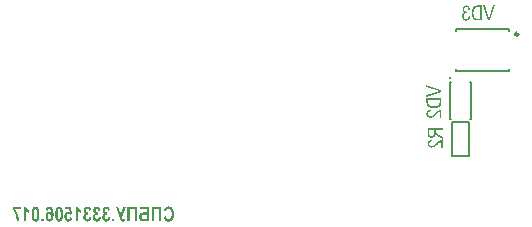
<source format=gbo>
G04*
G04 #@! TF.GenerationSoftware,Altium Limited,Altium Designer,19.1.6 (110)*
G04*
G04 Layer_Color=32896*
%FSLAX43Y43*%
%MOMM*%
G71*
G01*
G75*
%ADD11C,0.250*%
%ADD13C,0.150*%
%ADD14C,0.200*%
G36*
X9278Y1439D02*
X9318Y1429D01*
X9355Y1417D01*
X9385Y1404D01*
X9409Y1389D01*
X9428Y1376D01*
X9439Y1367D01*
X9441Y1365D01*
X9442Y1363D01*
X9457Y1348D01*
X9470Y1329D01*
X9494Y1291D01*
X9513Y1250D01*
X9528Y1209D01*
X9539Y1172D01*
X9542Y1157D01*
X9546Y1142D01*
X9548Y1131D01*
X9550Y1122D01*
X9552Y1117D01*
Y1115D01*
X9370Y1078D01*
X9366Y1107D01*
X9361Y1131D01*
X9353Y1154D01*
X9346Y1170D01*
X9339Y1183D01*
X9333Y1194D01*
X9329Y1200D01*
X9328Y1202D01*
X9313Y1217D01*
X9298Y1226D01*
X9283Y1233D01*
X9270Y1239D01*
X9259Y1242D01*
X9248Y1244D01*
X9241D01*
X9222Y1242D01*
X9205Y1239D01*
X9191Y1233D01*
X9179Y1226D01*
X9170Y1218D01*
X9163Y1213D01*
X9159Y1209D01*
X9157Y1207D01*
X9146Y1192D01*
X9139Y1176D01*
X9131Y1159D01*
X9128Y1144D01*
X9126Y1130D01*
X9124Y1118D01*
Y1111D01*
Y1107D01*
X9126Y1080D01*
X9131Y1055D01*
X9139Y1035D01*
X9146Y1018D01*
X9154Y1005D01*
X9161Y994D01*
X9166Y989D01*
X9168Y987D01*
X9187Y974D01*
X9205Y963D01*
X9226Y957D01*
X9246Y952D01*
X9263Y950D01*
X9278Y948D01*
X9291D01*
X9311Y752D01*
X9292Y757D01*
X9276Y763D01*
X9259Y767D01*
X9246Y768D01*
X9237Y770D01*
X9222D01*
X9202Y768D01*
X9183Y763D01*
X9166Y754D01*
X9152Y744D01*
X9141Y733D01*
X9131Y726D01*
X9126Y718D01*
X9124Y717D01*
X9111Y696D01*
X9100Y672D01*
X9092Y648D01*
X9089Y626D01*
X9085Y605D01*
X9083Y589D01*
Y578D01*
Y576D01*
Y574D01*
X9085Y539D01*
X9091Y509D01*
X9096Y481D01*
X9104Y461D01*
X9113Y443D01*
X9118Y431D01*
X9124Y422D01*
X9126Y420D01*
X9142Y402D01*
X9159Y389D01*
X9178Y380D01*
X9194Y374D01*
X9207Y370D01*
X9218Y367D01*
X9229D01*
X9250Y368D01*
X9268Y374D01*
X9285Y381D01*
X9298Y391D01*
X9309Y398D01*
X9318Y406D01*
X9324Y411D01*
X9326Y413D01*
X9339Y431D01*
X9350Y454D01*
X9359Y476D01*
X9365Y498D01*
X9370Y518D01*
X9372Y533D01*
X9374Y544D01*
Y546D01*
Y548D01*
X9565Y520D01*
X9555Y461D01*
X9542Y411D01*
X9533Y387D01*
X9524Y367D01*
X9515Y346D01*
X9505Y330D01*
X9496Y313D01*
X9487Y300D01*
X9479Y289D01*
X9472Y278D01*
X9466Y270D01*
X9461Y265D01*
X9459Y263D01*
X9457Y261D01*
X9439Y244D01*
X9420Y230D01*
X9402Y217D01*
X9381Y207D01*
X9342Y189D01*
X9307Y178D01*
X9276Y172D01*
X9261Y170D01*
X9250Y169D01*
X9241Y167D01*
X9228D01*
X9202Y169D01*
X9178Y172D01*
X9154Y178D01*
X9129Y183D01*
X9089Y202D01*
X9054Y222D01*
X9024Y243D01*
X9013Y252D01*
X9004Y261D01*
X8996Y267D01*
X8989Y272D01*
X8987Y276D01*
X8985Y278D01*
X8966Y300D01*
X8950Y322D01*
X8937Y346D01*
X8926Y370D01*
X8907Y417D01*
X8894Y461D01*
X8891Y483D01*
X8887Y502D01*
X8885Y518D01*
X8883Y533D01*
X8881Y544D01*
Y554D01*
Y559D01*
Y561D01*
X8883Y604D01*
X8891Y643D01*
X8898Y676D01*
X8909Y704D01*
X8918Y726D01*
X8928Y743D01*
X8935Y754D01*
X8937Y757D01*
X8959Y785D01*
X8981Y807D01*
X9004Y824D01*
X9026Y839D01*
X9046Y848D01*
X9061Y854D01*
X9072Y857D01*
X9074Y859D01*
X9076D01*
X9050Y878D01*
X9028Y898D01*
X9007Y918D01*
X8992Y935D01*
X8979Y952D01*
X8972Y963D01*
X8966Y970D01*
X8965Y974D01*
X8952Y1000D01*
X8942Y1026D01*
X8935Y1050D01*
X8931Y1074D01*
X8928Y1092D01*
X8926Y1109D01*
Y1118D01*
Y1122D01*
Y1144D01*
X8929Y1167D01*
X8939Y1207D01*
X8952Y1244D01*
X8966Y1278D01*
X8983Y1305D01*
X8991Y1317D01*
X8996Y1326D01*
X9002Y1333D01*
X9005Y1339D01*
X9007Y1341D01*
X9009Y1342D01*
X9026Y1361D01*
X9042Y1376D01*
X9061Y1389D01*
X9079Y1400D01*
X9116Y1418D01*
X9152Y1429D01*
X9185Y1437D01*
X9198Y1439D01*
X9209Y1441D01*
X9220Y1442D01*
X9255D01*
X9278Y1439D01*
D02*
G37*
G36*
X8480D02*
X8520Y1429D01*
X8557Y1417D01*
X8587Y1404D01*
X8611Y1389D01*
X8629Y1376D01*
X8641Y1367D01*
X8642Y1365D01*
X8644Y1363D01*
X8659Y1348D01*
X8672Y1329D01*
X8696Y1291D01*
X8715Y1250D01*
X8729Y1209D01*
X8741Y1172D01*
X8744Y1157D01*
X8748Y1142D01*
X8750Y1131D01*
X8752Y1122D01*
X8754Y1117D01*
Y1115D01*
X8572Y1078D01*
X8568Y1107D01*
X8563Y1131D01*
X8555Y1154D01*
X8548Y1170D01*
X8541Y1183D01*
X8535Y1194D01*
X8531Y1200D01*
X8530Y1202D01*
X8515Y1217D01*
X8500Y1226D01*
X8485Y1233D01*
X8472Y1239D01*
X8461Y1242D01*
X8450Y1244D01*
X8442D01*
X8424Y1242D01*
X8407Y1239D01*
X8392Y1233D01*
X8381Y1226D01*
X8372Y1218D01*
X8365Y1213D01*
X8361Y1209D01*
X8359Y1207D01*
X8348Y1192D01*
X8341Y1176D01*
X8333Y1159D01*
X8330Y1144D01*
X8328Y1130D01*
X8326Y1118D01*
Y1111D01*
Y1107D01*
X8328Y1080D01*
X8333Y1055D01*
X8341Y1035D01*
X8348Y1018D01*
X8355Y1005D01*
X8363Y994D01*
X8368Y989D01*
X8370Y987D01*
X8389Y974D01*
X8407Y963D01*
X8428Y957D01*
X8448Y952D01*
X8465Y950D01*
X8480Y948D01*
X8492D01*
X8513Y752D01*
X8494Y757D01*
X8478Y763D01*
X8461Y767D01*
X8448Y768D01*
X8439Y770D01*
X8424D01*
X8404Y768D01*
X8385Y763D01*
X8368Y754D01*
X8354Y744D01*
X8342Y733D01*
X8333Y726D01*
X8328Y718D01*
X8326Y717D01*
X8313Y696D01*
X8302Y672D01*
X8294Y648D01*
X8291Y626D01*
X8287Y605D01*
X8285Y589D01*
Y578D01*
Y576D01*
Y574D01*
X8287Y539D01*
X8292Y509D01*
X8298Y481D01*
X8305Y461D01*
X8315Y443D01*
X8320Y431D01*
X8326Y422D01*
X8328Y420D01*
X8344Y402D01*
X8361Y389D01*
X8380Y380D01*
X8396Y374D01*
X8409Y370D01*
X8420Y367D01*
X8431D01*
X8452Y368D01*
X8470Y374D01*
X8487Y381D01*
X8500Y391D01*
X8511Y398D01*
X8520Y406D01*
X8526Y411D01*
X8528Y413D01*
X8541Y431D01*
X8552Y454D01*
X8561Y476D01*
X8567Y498D01*
X8572Y518D01*
X8574Y533D01*
X8576Y544D01*
Y546D01*
Y548D01*
X8767Y520D01*
X8757Y461D01*
X8744Y411D01*
X8735Y387D01*
X8726Y367D01*
X8717Y346D01*
X8707Y330D01*
X8698Y313D01*
X8689Y300D01*
X8681Y289D01*
X8674Y278D01*
X8668Y270D01*
X8663Y265D01*
X8661Y263D01*
X8659Y261D01*
X8641Y244D01*
X8622Y230D01*
X8604Y217D01*
X8583Y207D01*
X8544Y189D01*
X8509Y178D01*
X8478Y172D01*
X8463Y170D01*
X8452Y169D01*
X8442Y167D01*
X8430D01*
X8404Y169D01*
X8380Y172D01*
X8355Y178D01*
X8331Y183D01*
X8291Y202D01*
X8255Y222D01*
X8226Y243D01*
X8215Y252D01*
X8205Y261D01*
X8198Y267D01*
X8191Y272D01*
X8189Y276D01*
X8187Y278D01*
X8168Y300D01*
X8152Y322D01*
X8139Y346D01*
X8128Y370D01*
X8109Y417D01*
X8096Y461D01*
X8093Y483D01*
X8089Y502D01*
X8087Y518D01*
X8085Y533D01*
X8083Y544D01*
Y554D01*
Y559D01*
Y561D01*
X8085Y604D01*
X8093Y643D01*
X8100Y676D01*
X8111Y704D01*
X8120Y726D01*
X8130Y743D01*
X8137Y754D01*
X8139Y757D01*
X8161Y785D01*
X8183Y807D01*
X8205Y824D01*
X8228Y839D01*
X8248Y848D01*
X8263Y854D01*
X8274Y857D01*
X8276Y859D01*
X8278D01*
X8252Y878D01*
X8230Y898D01*
X8209Y918D01*
X8194Y935D01*
X8181Y952D01*
X8174Y963D01*
X8168Y970D01*
X8167Y974D01*
X8154Y1000D01*
X8144Y1026D01*
X8137Y1050D01*
X8133Y1074D01*
X8130Y1092D01*
X8128Y1109D01*
Y1118D01*
Y1122D01*
Y1144D01*
X8131Y1167D01*
X8141Y1207D01*
X8154Y1244D01*
X8168Y1278D01*
X8185Y1305D01*
X8193Y1317D01*
X8198Y1326D01*
X8204Y1333D01*
X8207Y1339D01*
X8209Y1341D01*
X8211Y1342D01*
X8228Y1361D01*
X8244Y1376D01*
X8263Y1389D01*
X8281Y1400D01*
X8318Y1418D01*
X8354Y1429D01*
X8387Y1437D01*
X8400Y1439D01*
X8411Y1441D01*
X8422Y1442D01*
X8457D01*
X8480Y1439D01*
D02*
G37*
G36*
X7681Y1439D02*
X7722Y1429D01*
X7759Y1417D01*
X7789Y1404D01*
X7813Y1389D01*
X7831Y1376D01*
X7843Y1367D01*
X7844Y1365D01*
X7846Y1363D01*
X7861Y1348D01*
X7874Y1329D01*
X7898Y1291D01*
X7917Y1250D01*
X7931Y1209D01*
X7943Y1172D01*
X7946Y1157D01*
X7950Y1142D01*
X7952Y1131D01*
X7954Y1122D01*
X7955Y1117D01*
Y1115D01*
X7774Y1078D01*
X7770Y1107D01*
X7765Y1131D01*
X7757Y1154D01*
X7750Y1170D01*
X7743Y1183D01*
X7737Y1194D01*
X7733Y1200D01*
X7731Y1202D01*
X7717Y1217D01*
X7702Y1226D01*
X7687Y1233D01*
X7674Y1239D01*
X7663Y1242D01*
X7652Y1244D01*
X7644D01*
X7626Y1242D01*
X7609Y1239D01*
X7594Y1233D01*
X7583Y1226D01*
X7574Y1218D01*
X7567Y1213D01*
X7563Y1209D01*
X7561Y1207D01*
X7550Y1192D01*
X7543Y1176D01*
X7535Y1159D01*
X7531Y1144D01*
X7530Y1130D01*
X7528Y1118D01*
Y1111D01*
Y1107D01*
X7530Y1080D01*
X7535Y1055D01*
X7543Y1035D01*
X7550Y1018D01*
X7557Y1005D01*
X7565Y994D01*
X7570Y989D01*
X7572Y987D01*
X7591Y974D01*
X7609Y963D01*
X7630Y957D01*
X7650Y952D01*
X7667Y950D01*
X7681Y948D01*
X7694D01*
X7715Y752D01*
X7696Y757D01*
X7680Y763D01*
X7663Y767D01*
X7650Y768D01*
X7641Y770D01*
X7626D01*
X7606Y768D01*
X7587Y763D01*
X7570Y754D01*
X7556Y744D01*
X7544Y733D01*
X7535Y726D01*
X7530Y718D01*
X7528Y717D01*
X7515Y696D01*
X7504Y672D01*
X7496Y648D01*
X7493Y626D01*
X7489Y605D01*
X7487Y589D01*
Y578D01*
Y576D01*
Y574D01*
X7489Y539D01*
X7494Y509D01*
X7500Y481D01*
X7507Y461D01*
X7517Y443D01*
X7522Y431D01*
X7528Y422D01*
X7530Y420D01*
X7546Y402D01*
X7563Y389D01*
X7581Y380D01*
X7598Y374D01*
X7611Y370D01*
X7622Y367D01*
X7633D01*
X7654Y368D01*
X7672Y374D01*
X7689Y381D01*
X7702Y391D01*
X7713Y398D01*
X7722Y406D01*
X7728Y411D01*
X7730Y413D01*
X7743Y431D01*
X7754Y454D01*
X7763Y476D01*
X7768Y498D01*
X7774Y518D01*
X7776Y533D01*
X7778Y544D01*
Y546D01*
Y548D01*
X7968Y520D01*
X7959Y461D01*
X7946Y411D01*
X7937Y387D01*
X7928Y367D01*
X7918Y346D01*
X7909Y330D01*
X7900Y313D01*
X7891Y300D01*
X7883Y289D01*
X7876Y278D01*
X7870Y270D01*
X7865Y265D01*
X7863Y263D01*
X7861Y261D01*
X7843Y244D01*
X7824Y230D01*
X7806Y217D01*
X7785Y207D01*
X7746Y189D01*
X7711Y178D01*
X7680Y172D01*
X7665Y170D01*
X7654Y169D01*
X7644Y167D01*
X7631D01*
X7606Y169D01*
X7581Y172D01*
X7557Y178D01*
X7533Y183D01*
X7493Y202D01*
X7457Y222D01*
X7428Y243D01*
X7417Y252D01*
X7407Y261D01*
X7400Y267D01*
X7393Y272D01*
X7391Y276D01*
X7389Y278D01*
X7370Y300D01*
X7354Y322D01*
X7341Y346D01*
X7330Y370D01*
X7311Y417D01*
X7298Y461D01*
X7294Y483D01*
X7291Y502D01*
X7289Y518D01*
X7287Y533D01*
X7285Y544D01*
Y554D01*
Y559D01*
Y561D01*
X7287Y604D01*
X7294Y643D01*
X7302Y676D01*
X7313Y704D01*
X7322Y726D01*
X7331Y743D01*
X7339Y754D01*
X7341Y757D01*
X7363Y785D01*
X7385Y807D01*
X7407Y824D01*
X7430Y839D01*
X7450Y848D01*
X7465Y854D01*
X7476Y857D01*
X7478Y859D01*
X7480D01*
X7454Y878D01*
X7431Y898D01*
X7411Y918D01*
X7396Y935D01*
X7383Y952D01*
X7376Y963D01*
X7370Y970D01*
X7369Y974D01*
X7356Y1000D01*
X7346Y1026D01*
X7339Y1050D01*
X7335Y1074D01*
X7331Y1092D01*
X7330Y1109D01*
Y1118D01*
Y1122D01*
Y1144D01*
X7333Y1167D01*
X7343Y1207D01*
X7356Y1244D01*
X7370Y1278D01*
X7387Y1305D01*
X7394Y1317D01*
X7400Y1326D01*
X7406Y1333D01*
X7409Y1339D01*
X7411Y1341D01*
X7413Y1342D01*
X7430Y1361D01*
X7446Y1376D01*
X7465Y1389D01*
X7483Y1400D01*
X7520Y1418D01*
X7556Y1429D01*
X7589Y1437D01*
X7602Y1439D01*
X7613Y1441D01*
X7624Y1442D01*
X7659D01*
X7681Y1439D01*
D02*
G37*
G36*
X6339Y770D02*
X6180Y743D01*
X6167Y759D01*
X6154Y772D01*
X6141Y785D01*
X6128Y794D01*
X6102Y811D01*
X6078Y822D01*
X6058Y828D01*
X6043Y831D01*
X6032Y833D01*
X6028D01*
X6004Y831D01*
X5983Y824D01*
X5963Y815D01*
X5948Y805D01*
X5935Y794D01*
X5926Y785D01*
X5921Y778D01*
X5919Y776D01*
X5904Y752D01*
X5893Y726D01*
X5885Y696D01*
X5880Y668D01*
X5876Y643D01*
X5874Y622D01*
Y613D01*
Y607D01*
Y604D01*
Y602D01*
X5876Y559D01*
X5882Y520D01*
X5889Y489D01*
X5896Y463D01*
X5904Y444D01*
X5911Y430D01*
X5917Y422D01*
X5919Y418D01*
X5935Y398D01*
X5952Y385D01*
X5971Y374D01*
X5987Y367D01*
X6000Y363D01*
X6011Y361D01*
X6021Y359D01*
X6022D01*
X6041Y361D01*
X6058Y367D01*
X6074Y374D01*
X6087Y383D01*
X6098Y391D01*
X6108Y398D01*
X6113Y404D01*
X6115Y406D01*
X6130Y424D01*
X6141Y446D01*
X6150Y467D01*
X6156Y487D01*
X6159Y506D01*
X6163Y522D01*
X6165Y531D01*
Y535D01*
X6361Y509D01*
X6352Y452D01*
X6345Y424D01*
X6337Y400D01*
X6328Y378D01*
X6319Y357D01*
X6309Y337D01*
X6300Y320D01*
X6291Y306D01*
X6282Y293D01*
X6274Y281D01*
X6267Y272D01*
X6261Y265D01*
X6256Y259D01*
X6254Y257D01*
X6252Y256D01*
X6233Y241D01*
X6215Y226D01*
X6178Y204D01*
X6139Y189D01*
X6104Y178D01*
X6072Y172D01*
X6058Y169D01*
X6046D01*
X6037Y167D01*
X6024D01*
X5993Y169D01*
X5965Y172D01*
X5937Y180D01*
X5913Y189D01*
X5889Y198D01*
X5869Y209D01*
X5848Y222D01*
X5832Y235D01*
X5817Y248D01*
X5802Y261D01*
X5791Y272D01*
X5782Y281D01*
X5774Y291D01*
X5769Y298D01*
X5767Y302D01*
X5765Y304D01*
X5748Y330D01*
X5733Y357D01*
X5722Y383D01*
X5711Y409D01*
X5695Y461D01*
X5683Y507D01*
X5680Y530D01*
X5678Y548D01*
X5674Y565D01*
Y580D01*
X5672Y591D01*
Y600D01*
Y605D01*
Y607D01*
X5674Y644D01*
X5676Y680D01*
X5682Y711D01*
X5689Y743D01*
X5696Y770D01*
X5706Y798D01*
X5717Y822D01*
X5726Y844D01*
X5735Y863D01*
X5746Y880D01*
X5756Y894D01*
X5763Y907D01*
X5771Y917D01*
X5774Y924D01*
X5778Y928D01*
X5780Y930D01*
X5796Y946D01*
X5813Y961D01*
X5830Y974D01*
X5848Y985D01*
X5883Y1002D01*
X5915Y1015D01*
X5945Y1020D01*
X5956Y1022D01*
X5967Y1024D01*
X5976Y1026D01*
X5987D01*
X6013Y1024D01*
X6037Y1018D01*
X6059Y1013D01*
X6080Y1005D01*
X6098Y996D01*
X6111Y991D01*
X6119Y985D01*
X6122Y983D01*
X6089Y1198D01*
X5719D01*
Y1422D01*
X6239D01*
X6339Y770D01*
D02*
G37*
G36*
X6833Y1402D02*
X6852Y1365D01*
X6872Y1331D01*
X6893Y1304D01*
X6911Y1279D01*
X6926Y1261D01*
X6937Y1250D01*
X6939Y1248D01*
X6941Y1246D01*
X6974Y1217D01*
X7006Y1192D01*
X7033Y1172D01*
X7059Y1155D01*
X7082Y1144D01*
X7096Y1135D01*
X7107Y1131D01*
X7109Y1130D01*
X7111D01*
Y911D01*
X7059Y935D01*
X7009Y963D01*
X6967Y994D01*
X6930Y1024D01*
X6913Y1037D01*
X6898Y1050D01*
X6885Y1063D01*
X6876Y1072D01*
X6867Y1081D01*
X6861Y1087D01*
X6857Y1091D01*
X6856Y1092D01*
Y187D01*
X6657D01*
Y1442D01*
X6819D01*
X6833Y1402D01*
D02*
G37*
G36*
X2445D02*
X2463Y1365D01*
X2484Y1331D01*
X2504Y1304D01*
X2523Y1279D01*
X2538Y1261D01*
X2549Y1250D01*
X2550Y1248D01*
X2552Y1246D01*
X2586Y1217D01*
X2617Y1192D01*
X2645Y1172D01*
X2671Y1155D01*
X2693Y1144D01*
X2708Y1135D01*
X2719Y1131D01*
X2721Y1130D01*
X2723D01*
Y911D01*
X2671Y935D01*
X2621Y963D01*
X2578Y994D01*
X2541Y1024D01*
X2525Y1037D01*
X2510Y1050D01*
X2497Y1063D01*
X2488Y1072D01*
X2478Y1081D01*
X2473Y1087D01*
X2469Y1091D01*
X2467Y1092D01*
Y187D01*
X2269D01*
Y1442D01*
X2430D01*
X2445Y1402D01*
D02*
G37*
G36*
X4424Y1441D02*
X4454Y1437D01*
X4480Y1428D01*
X4506Y1418D01*
X4552Y1394D01*
X4573Y1381D01*
X4591Y1367D01*
X4608Y1352D01*
X4622Y1339D01*
X4635Y1326D01*
X4647Y1315D01*
X4654Y1305D01*
X4660Y1298D01*
X4663Y1292D01*
X4665Y1291D01*
X4684Y1261D01*
X4698Y1226D01*
X4713Y1189D01*
X4724Y1150D01*
X4743Y1068D01*
X4756Y987D01*
X4760Y948D01*
X4763Y913D01*
X4765Y881D01*
X4767Y852D01*
X4769Y830D01*
Y811D01*
Y800D01*
Y798D01*
Y796D01*
X4767Y735D01*
X4765Y678D01*
X4760Y626D01*
X4754Y578D01*
X4745Y533D01*
X4737Y494D01*
X4728Y457D01*
X4719Y426D01*
X4710Y398D01*
X4700Y376D01*
X4691Y356D01*
X4684Y339D01*
X4678Y328D01*
X4672Y318D01*
X4671Y313D01*
X4669Y311D01*
X4648Y285D01*
X4628Y263D01*
X4608Y244D01*
X4585Y228D01*
X4565Y213D01*
X4543Y202D01*
X4523Y193D01*
X4502Y185D01*
X4467Y174D01*
X4452Y170D01*
X4439Y169D01*
X4428D01*
X4421Y167D01*
X4413D01*
X4387Y169D01*
X4363Y172D01*
X4339Y178D01*
X4317Y183D01*
X4276Y202D01*
X4243Y222D01*
X4215Y243D01*
X4204Y252D01*
X4195Y261D01*
X4187Y267D01*
X4182Y272D01*
X4180Y276D01*
X4178Y278D01*
X4161Y300D01*
X4147Y324D01*
X4134Y348D01*
X4123Y374D01*
X4106Y426D01*
X4093Y474D01*
X4089Y498D01*
X4087Y518D01*
X4086Y539D01*
X4084Y555D01*
X4082Y568D01*
Y578D01*
Y585D01*
Y587D01*
X4084Y620D01*
X4086Y654D01*
X4089Y683D01*
X4097Y713D01*
X4102Y739D01*
X4110Y763D01*
X4119Y785D01*
X4126Y805D01*
X4136Y824D01*
X4143Y841D01*
X4152Y854D01*
X4158Y865D01*
X4163Y874D01*
X4169Y880D01*
X4171Y883D01*
X4173Y885D01*
X4189Y905D01*
X4208Y922D01*
X4224Y937D01*
X4243Y950D01*
X4260Y961D01*
X4278Y970D01*
X4310Y983D01*
X4339Y992D01*
X4350Y994D01*
X4361Y996D01*
X4371Y998D01*
X4382D01*
X4402Y996D01*
X4421Y994D01*
X4439Y989D01*
X4454Y985D01*
X4465Y980D01*
X4476Y974D01*
X4482Y972D01*
X4484Y970D01*
X4500Y959D01*
X4515Y946D01*
X4528Y933D01*
X4541Y920D01*
X4550Y909D01*
X4558Y900D01*
X4563Y892D01*
X4565Y891D01*
X4563Y930D01*
X4560Y965D01*
X4556Y996D01*
X4552Y1024D01*
X4548Y1050D01*
X4543Y1074D01*
X4539Y1094D01*
X4534Y1113D01*
X4530Y1128D01*
X4526Y1141D01*
X4521Y1152D01*
X4519Y1159D01*
X4515Y1167D01*
X4513Y1170D01*
X4511Y1174D01*
X4495Y1198D01*
X4476Y1215D01*
X4460Y1228D01*
X4443Y1235D01*
X4428Y1241D01*
X4417Y1242D01*
X4408Y1244D01*
X4406D01*
X4389Y1242D01*
X4373Y1239D01*
X4360Y1231D01*
X4347Y1222D01*
X4326Y1200D01*
X4313Y1176D01*
X4302Y1150D01*
X4297Y1128D01*
X4295Y1118D01*
X4293Y1111D01*
Y1107D01*
Y1105D01*
X4102Y1131D01*
X4113Y1187D01*
X4126Y1233D01*
X4143Y1274D01*
X4160Y1307D01*
X4176Y1331D01*
X4189Y1350D01*
X4198Y1361D01*
X4202Y1365D01*
X4232Y1391D01*
X4265Y1409D01*
X4297Y1424D01*
X4328Y1433D01*
X4354Y1439D01*
X4376Y1441D01*
X4384Y1442D01*
X4395D01*
X4424Y1441D01*
D02*
G37*
G36*
X10531Y539D02*
X10542Y502D01*
X10553Y472D01*
X10563Y450D01*
X10572Y431D01*
X10581Y417D01*
X10587Y409D01*
X10590Y404D01*
X10592Y402D01*
X10605Y393D01*
X10622Y385D01*
X10639Y380D01*
X10655Y376D01*
X10672Y374D01*
X10685Y372D01*
X10720D01*
X10746Y374D01*
X10774D01*
Y187D01*
X10726Y178D01*
X10701Y176D01*
X10679Y174D01*
X10659Y172D01*
X10631D01*
X10600Y176D01*
X10572Y183D01*
X10548Y194D01*
X10527Y207D01*
X10511Y220D01*
X10498Y231D01*
X10489Y239D01*
X10487Y243D01*
X10476Y257D01*
X10464Y274D01*
X10442Y311D01*
X10422Y350D01*
X10402Y391D01*
X10387Y428D01*
X10379Y444D01*
X10374Y459D01*
X10368Y470D01*
X10366Y480D01*
X10363Y485D01*
Y487D01*
X10016Y1439D01*
X10231D01*
X10439Y789D01*
X10677Y1439D01*
X10909D01*
X10531Y539D01*
D02*
G37*
G36*
X14534Y1457D02*
X14571Y1452D01*
X14605Y1444D01*
X14638Y1435D01*
X14668Y1422D01*
X14696Y1409D01*
X14721Y1394D01*
X14744Y1381D01*
X14764Y1367D01*
X14783Y1352D01*
X14797Y1339D01*
X14810Y1326D01*
X14820Y1317D01*
X14827Y1309D01*
X14831Y1304D01*
X14833Y1302D01*
X14858Y1267D01*
X14881Y1228D01*
X14899Y1189D01*
X14916Y1148D01*
X14931Y1105D01*
X14942Y1065D01*
X14951Y1024D01*
X14958Y983D01*
X14964Y946D01*
X14970Y913D01*
X14973Y881D01*
X14975Y854D01*
Y833D01*
X14977Y817D01*
Y805D01*
Y804D01*
Y802D01*
X14975Y746D01*
X14971Y694D01*
X14964Y644D01*
X14955Y598D01*
X14944Y555D01*
X14933Y517D01*
X14920Y480D01*
X14905Y448D01*
X14892Y418D01*
X14879Y393D01*
X14868Y370D01*
X14857Y354D01*
X14847Y339D01*
X14840Y328D01*
X14836Y322D01*
X14834Y320D01*
X14810Y293D01*
X14784Y270D01*
X14758Y250D01*
X14731Y231D01*
X14703Y217D01*
X14677Y204D01*
X14651Y194D01*
X14625Y185D01*
X14601Y180D01*
X14579Y174D01*
X14559Y172D01*
X14542Y169D01*
X14527D01*
X14518Y167D01*
X14509D01*
X14479Y169D01*
X14451Y170D01*
X14399Y181D01*
X14353Y196D01*
X14333Y206D01*
X14314Y215D01*
X14297Y224D01*
X14283Y233D01*
X14270Y241D01*
X14260Y248D01*
X14251Y254D01*
X14246Y259D01*
X14242Y261D01*
X14240Y263D01*
X14220Y283D01*
X14201Y304D01*
X14170Y352D01*
X14142Y404D01*
X14120Y454D01*
X14110Y478D01*
X14103Y500D01*
X14097Y520D01*
X14092Y537D01*
X14088Y552D01*
X14084Y563D01*
X14083Y570D01*
Y572D01*
X14284Y650D01*
X14296Y600D01*
X14310Y559D01*
X14323Y524D01*
X14338Y496D01*
X14351Y474D01*
X14362Y459D01*
X14370Y450D01*
X14371Y446D01*
X14394Y426D01*
X14418Y409D01*
X14442Y398D01*
X14464Y391D01*
X14483Y387D01*
X14499Y385D01*
X14509Y383D01*
X14512D01*
X14533Y385D01*
X14551Y387D01*
X14588Y398D01*
X14618Y415D01*
X14644Y433D01*
X14666Y450D01*
X14681Y467D01*
X14690Y478D01*
X14694Y480D01*
Y481D01*
X14705Y502D01*
X14716Y524D01*
X14725Y550D01*
X14733Y576D01*
X14746Y631D01*
X14753Y687D01*
X14757Y713D01*
X14758Y737D01*
X14760Y759D01*
Y778D01*
X14762Y794D01*
Y805D01*
Y815D01*
Y817D01*
Y857D01*
X14758Y896D01*
X14755Y931D01*
X14751Y963D01*
X14746Y992D01*
X14740Y1020D01*
X14734Y1044D01*
X14727Y1065D01*
X14720Y1083D01*
X14714Y1100D01*
X14708Y1113D01*
X14703Y1124D01*
X14697Y1131D01*
X14696Y1139D01*
X14692Y1141D01*
Y1142D01*
X14677Y1161D01*
X14662Y1176D01*
X14647Y1189D01*
X14633Y1200D01*
X14601Y1218D01*
X14571Y1230D01*
X14546Y1237D01*
X14525Y1241D01*
X14518Y1242D01*
X14507D01*
X14477Y1241D01*
X14451Y1233D01*
X14429Y1226D01*
X14409Y1215D01*
X14392Y1205D01*
X14379Y1196D01*
X14371Y1189D01*
X14370Y1187D01*
X14349Y1165D01*
X14333Y1141D01*
X14318Y1115D01*
X14307Y1089D01*
X14299Y1067D01*
X14294Y1048D01*
X14292Y1041D01*
Y1035D01*
X14290Y1033D01*
Y1031D01*
X14084Y1091D01*
X14092Y1120D01*
X14101Y1148D01*
X14110Y1174D01*
X14120Y1200D01*
X14131Y1222D01*
X14140Y1242D01*
X14151Y1259D01*
X14160Y1276D01*
X14170Y1291D01*
X14179Y1304D01*
X14186Y1315D01*
X14194Y1324D01*
X14199Y1329D01*
X14203Y1335D01*
X14205Y1339D01*
X14207D01*
X14229Y1359D01*
X14253Y1378D01*
X14277Y1394D01*
X14301Y1409D01*
X14325Y1420D01*
X14349Y1429D01*
X14396Y1444D01*
X14416Y1450D01*
X14434Y1454D01*
X14451Y1455D01*
X14466Y1457D01*
X14479Y1459D01*
X14496D01*
X14534Y1457D01*
D02*
G37*
G36*
X13903Y187D02*
X13696D01*
Y1228D01*
X13290D01*
Y187D01*
X13083D01*
Y1439D01*
X13903D01*
Y187D01*
D02*
G37*
G36*
X12864D02*
X12364D01*
X12329Y189D01*
X12296Y193D01*
X12266Y198D01*
X12238Y206D01*
X12214Y213D01*
X12192Y222D01*
X12172Y233D01*
X12153Y244D01*
X12138Y254D01*
X12124Y265D01*
X12112Y274D01*
X12103Y283D01*
X12098Y289D01*
X12092Y294D01*
X12088Y298D01*
Y300D01*
X12074Y322D01*
X12061Y344D01*
X12042Y389D01*
X12027Y431D01*
X12016Y472D01*
X12014Y491D01*
X12011Y509D01*
X12009Y524D01*
Y537D01*
X12007Y546D01*
Y554D01*
Y559D01*
Y561D01*
X12009Y593D01*
X12011Y622D01*
X12022Y678D01*
X12029Y702D01*
X12037Y724D01*
X12046Y744D01*
X12055Y763D01*
X12064Y780D01*
X12074Y794D01*
X12081Y807D01*
X12088Y818D01*
X12094Y826D01*
X12099Y831D01*
X12101Y835D01*
X12103Y837D01*
X12122Y855D01*
X12142Y872D01*
X12162Y885D01*
X12185Y896D01*
X12227Y915D01*
X12270Y928D01*
X12307Y935D01*
X12324Y937D01*
X12337Y939D01*
X12348Y941D01*
X12657D01*
Y1228D01*
X12096D01*
Y1439D01*
X12864D01*
Y187D01*
D02*
G37*
G36*
X11837D02*
X11629D01*
Y1228D01*
X11224D01*
Y187D01*
X11016D01*
Y1439D01*
X11837D01*
Y187D01*
D02*
G37*
G36*
X9915D02*
X9718D01*
Y428D01*
X9915D01*
Y187D01*
D02*
G37*
G36*
X3930Y187D02*
X3734D01*
Y428D01*
X3930D01*
Y187D01*
D02*
G37*
G36*
X1976Y1200D02*
X1530D01*
X1580Y1118D01*
X1623Y1033D01*
X1662Y954D01*
X1678Y915D01*
X1693Y880D01*
X1706Y844D01*
X1719Y815D01*
X1728Y787D01*
X1738Y763D01*
X1743Y744D01*
X1749Y730D01*
X1751Y722D01*
X1752Y718D01*
X1780Y620D01*
X1801Y524D01*
X1808Y478D01*
X1815Y433D01*
X1821Y393D01*
X1826Y354D01*
X1830Y318D01*
X1834Y285D01*
X1836Y257D01*
X1838Y233D01*
Y213D01*
X1839Y198D01*
Y191D01*
Y187D01*
X1651D01*
X1649Y252D01*
X1643Y318D01*
X1636Y383D01*
X1632Y413D01*
X1627Y443D01*
X1623Y468D01*
X1619Y493D01*
X1615Y515D01*
X1612Y533D01*
X1608Y548D01*
X1606Y559D01*
X1604Y567D01*
Y568D01*
X1586Y646D01*
X1564Y718D01*
X1552Y754D01*
X1543Y787D01*
X1532Y817D01*
X1521Y844D01*
X1512Y870D01*
X1502Y894D01*
X1493Y915D01*
X1488Y931D01*
X1480Y944D01*
X1477Y955D01*
X1473Y961D01*
Y963D01*
X1456Y996D01*
X1441Y1028D01*
X1425Y1057D01*
X1410Y1085D01*
X1395Y1109D01*
X1382Y1133D01*
X1369Y1154D01*
X1356Y1174D01*
X1345Y1191D01*
X1336Y1205D01*
X1327Y1217D01*
X1319Y1228D01*
X1312Y1235D01*
X1308Y1242D01*
X1304Y1244D01*
Y1246D01*
Y1422D01*
X1976D01*
Y1200D01*
D02*
G37*
G36*
X5263Y1441D02*
X5289Y1437D01*
X5313Y1429D01*
X5335Y1420D01*
X5376Y1398D01*
X5411Y1372D01*
X5439Y1344D01*
X5450Y1333D01*
X5459Y1322D01*
X5467Y1313D01*
X5472Y1305D01*
X5474Y1302D01*
X5476Y1300D01*
X5493Y1270D01*
X5506Y1237D01*
X5519Y1202D01*
X5528Y1163D01*
X5545Y1081D01*
X5556Y1000D01*
X5559Y961D01*
X5561Y924D01*
X5563Y891D01*
X5565Y863D01*
X5567Y839D01*
Y820D01*
Y815D01*
Y809D01*
Y807D01*
Y805D01*
X5565Y741D01*
X5563Y681D01*
X5558Y626D01*
X5552Y576D01*
X5546Y530D01*
X5537Y489D01*
X5530Y454D01*
X5521Y420D01*
X5513Y393D01*
X5504Y368D01*
X5496Y350D01*
X5491Y333D01*
X5484Y320D01*
X5480Y313D01*
X5478Y307D01*
X5476Y306D01*
X5458Y281D01*
X5439Y259D01*
X5419Y241D01*
X5398Y226D01*
X5378Y211D01*
X5359Y200D01*
X5339Y191D01*
X5321Y183D01*
X5285Y174D01*
X5271Y170D01*
X5258Y169D01*
X5248D01*
X5241Y167D01*
X5234D01*
X5206Y169D01*
X5180Y172D01*
X5156Y180D01*
X5134Y189D01*
X5093Y211D01*
X5058Y237D01*
X5030Y263D01*
X5019Y274D01*
X5009Y285D01*
X5002Y294D01*
X4997Y302D01*
X4995Y306D01*
X4993Y307D01*
X4976Y337D01*
X4961Y370D01*
X4950Y406D01*
X4939Y444D01*
X4922Y528D01*
X4911Y609D01*
X4908Y648D01*
X4906Y685D01*
X4902Y717D01*
Y746D01*
X4900Y770D01*
Y789D01*
Y794D01*
Y800D01*
Y802D01*
Y804D01*
X4902Y868D01*
X4904Y926D01*
X4910Y981D01*
X4915Y1030D01*
X4922Y1076D01*
X4930Y1117D01*
X4937Y1152D01*
X4947Y1185D01*
X4956Y1213D01*
X4963Y1237D01*
X4971Y1255D01*
X4978Y1272D01*
X4984Y1285D01*
X4989Y1292D01*
X4991Y1298D01*
X4993Y1300D01*
X5011Y1326D01*
X5030Y1346D01*
X5050Y1367D01*
X5071Y1383D01*
X5091Y1396D01*
X5109Y1407D01*
X5130Y1417D01*
X5148Y1424D01*
X5184Y1435D01*
X5198Y1439D01*
X5211Y1441D01*
X5221Y1442D01*
X5235D01*
X5263Y1441D01*
D02*
G37*
G36*
X3269D02*
X3295Y1437D01*
X3319Y1429D01*
X3341Y1420D01*
X3382Y1398D01*
X3417Y1372D01*
X3445Y1344D01*
X3456Y1333D01*
X3465Y1322D01*
X3473Y1313D01*
X3478Y1305D01*
X3480Y1302D01*
X3482Y1300D01*
X3499Y1270D01*
X3511Y1237D01*
X3524Y1202D01*
X3534Y1163D01*
X3550Y1081D01*
X3562Y1000D01*
X3565Y961D01*
X3567Y924D01*
X3569Y891D01*
X3571Y863D01*
X3573Y839D01*
Y820D01*
Y815D01*
Y809D01*
Y807D01*
Y805D01*
X3571Y741D01*
X3569Y681D01*
X3563Y626D01*
X3558Y576D01*
X3552Y530D01*
X3543Y489D01*
X3536Y454D01*
X3526Y420D01*
X3519Y393D01*
X3510Y368D01*
X3502Y350D01*
X3497Y333D01*
X3489Y320D01*
X3486Y313D01*
X3484Y307D01*
X3482Y306D01*
X3463Y281D01*
X3445Y259D01*
X3424Y241D01*
X3404Y226D01*
X3384Y211D01*
X3365Y200D01*
X3345Y191D01*
X3326Y183D01*
X3291Y174D01*
X3276Y170D01*
X3263Y169D01*
X3254D01*
X3247Y167D01*
X3239D01*
X3212Y169D01*
X3186Y172D01*
X3162Y180D01*
X3139Y189D01*
X3099Y211D01*
X3063Y237D01*
X3036Y263D01*
X3025Y274D01*
X3015Y285D01*
X3008Y294D01*
X3002Y302D01*
X3000Y306D01*
X2999Y307D01*
X2982Y337D01*
X2967Y370D01*
X2956Y406D01*
X2945Y444D01*
X2928Y528D01*
X2917Y609D01*
X2913Y648D01*
X2912Y685D01*
X2908Y717D01*
Y746D01*
X2906Y770D01*
Y789D01*
Y794D01*
Y800D01*
Y802D01*
Y804D01*
X2908Y868D01*
X2910Y926D01*
X2915Y981D01*
X2921Y1030D01*
X2928Y1076D01*
X2936Y1117D01*
X2943Y1152D01*
X2952Y1185D01*
X2962Y1213D01*
X2969Y1237D01*
X2976Y1255D01*
X2984Y1272D01*
X2989Y1285D01*
X2995Y1292D01*
X2997Y1298D01*
X2999Y1300D01*
X3017Y1326D01*
X3036Y1346D01*
X3056Y1367D01*
X3076Y1383D01*
X3097Y1396D01*
X3115Y1407D01*
X3136Y1417D01*
X3154Y1424D01*
X3189Y1435D01*
X3204Y1439D01*
X3217Y1441D01*
X3226Y1442D01*
X3241D01*
X3269Y1441D01*
D02*
G37*
G36*
X37600Y11300D02*
Y11157D01*
X36335Y10752D01*
Y10891D01*
X37256Y11172D01*
X37294Y11183D01*
X37332Y11194D01*
X37365Y11204D01*
X37396Y11211D01*
X37422Y11219D01*
X37443Y11224D01*
X37450Y11226D01*
X37456D01*
X37459Y11228D01*
X37461D01*
X37424Y11237D01*
X37387Y11246D01*
X37352Y11256D01*
X37320Y11263D01*
X37294Y11270D01*
X37274Y11276D01*
X37267Y11278D01*
X37261Y11280D01*
X37257Y11282D01*
X37256D01*
X36335Y11552D01*
Y11702D01*
X37600Y11300D01*
D02*
G37*
G36*
Y10258D02*
X37598Y10200D01*
X37591Y10150D01*
X37581Y10106D01*
X37576Y10087D01*
X37569Y10069D01*
X37563Y10054D01*
X37557Y10039D01*
X37554Y10028D01*
X37548Y10019D01*
X37544Y10009D01*
X37541Y10004D01*
X37539Y10002D01*
Y10000D01*
X37526Y9982D01*
X37511Y9965D01*
X37480Y9932D01*
X37444Y9904D01*
X37409Y9882D01*
X37376Y9863D01*
X37363Y9856D01*
X37350Y9848D01*
X37341Y9843D01*
X37333Y9841D01*
X37328Y9837D01*
X37326D01*
X37267Y9817D01*
X37206Y9800D01*
X37144Y9789D01*
X37087Y9782D01*
X37061Y9780D01*
X37037Y9778D01*
X37015Y9776D01*
X36996Y9774D01*
X36982D01*
X36970D01*
X36963D01*
X36961D01*
X36900Y9776D01*
X36846Y9780D01*
X36796Y9787D01*
X36774Y9791D01*
X36754Y9793D01*
X36735Y9796D01*
X36720Y9800D01*
X36706Y9804D01*
X36695Y9808D01*
X36685Y9809D01*
X36678Y9811D01*
X36674Y9813D01*
X36672D01*
X36628Y9828D01*
X36589Y9845D01*
X36554Y9861D01*
X36526Y9878D01*
X36502Y9895D01*
X36485Y9906D01*
X36474Y9913D01*
X36470Y9917D01*
X36443Y9943D01*
X36419Y9969D01*
X36400Y9995D01*
X36383Y10019D01*
X36372Y10041D01*
X36365Y10058D01*
X36361Y10069D01*
X36359Y10071D01*
Y10072D01*
X36352Y10100D01*
X36345Y10134D01*
X36341Y10167D01*
X36339Y10198D01*
X36337Y10228D01*
X36335Y10241D01*
Y10632D01*
X37600D01*
Y10258D01*
D02*
G37*
G36*
Y8965D02*
X37450D01*
Y9474D01*
X37420Y9458D01*
X37406Y9448D01*
X37393Y9439D01*
X37382Y9432D01*
X37374Y9426D01*
X37369Y9422D01*
X37367Y9421D01*
X37357Y9413D01*
X37348Y9404D01*
X37324Y9384D01*
X37298Y9359D01*
X37270Y9335D01*
X37246Y9311D01*
X37226Y9293D01*
X37219Y9285D01*
X37213Y9280D01*
X37209Y9276D01*
X37207Y9274D01*
X37174Y9243D01*
X37141Y9211D01*
X37111Y9185D01*
X37083Y9161D01*
X37057Y9139D01*
X37033Y9119D01*
X37011Y9100D01*
X36991Y9085D01*
X36972Y9072D01*
X36957Y9061D01*
X36945Y9052D01*
X36933Y9045D01*
X36924Y9039D01*
X36919Y9035D01*
X36915Y9032D01*
X36913D01*
X36870Y9010D01*
X36830Y8995D01*
X36791Y8984D01*
X36756Y8974D01*
X36726Y8971D01*
X36713Y8969D01*
X36702D01*
X36693Y8967D01*
X36687D01*
X36683D01*
X36682D01*
X36656D01*
X36632Y8971D01*
X36585Y8980D01*
X36545Y8993D01*
X36508Y9008D01*
X36478Y9024D01*
X36467Y9032D01*
X36456Y9037D01*
X36448Y9043D01*
X36443Y9047D01*
X36439Y9048D01*
X36437Y9050D01*
X36419Y9067D01*
X36402Y9084D01*
X36387Y9102D01*
X36374Y9122D01*
X36365Y9143D01*
X36356Y9161D01*
X36343Y9200D01*
X36335Y9235D01*
X36333Y9252D01*
X36332Y9265D01*
X36330Y9276D01*
Y9291D01*
X36332Y9317D01*
X36333Y9343D01*
X36345Y9389D01*
X36359Y9428D01*
X36376Y9463D01*
X36393Y9489D01*
X36400Y9500D01*
X36408Y9509D01*
X36413Y9517D01*
X36419Y9522D01*
X36420Y9524D01*
X36422Y9526D01*
X36441Y9541D01*
X36461Y9556D01*
X36504Y9580D01*
X36550Y9597D01*
X36595Y9609D01*
X36615Y9615D01*
X36633Y9619D01*
X36652Y9622D01*
X36667Y9624D01*
X36680Y9626D01*
X36689Y9628D01*
X36695D01*
X36696D01*
X36713Y9497D01*
X36670Y9495D01*
X36632Y9487D01*
X36600Y9478D01*
X36572Y9467D01*
X36552Y9458D01*
X36537Y9448D01*
X36528Y9441D01*
X36524Y9439D01*
X36502Y9417D01*
X36485Y9393D01*
X36474Y9367D01*
X36465Y9345D01*
X36461Y9324D01*
X36459Y9308D01*
X36458Y9297D01*
Y9293D01*
X36459Y9263D01*
X36467Y9235D01*
X36476Y9211D01*
X36487Y9191D01*
X36500Y9174D01*
X36509Y9163D01*
X36517Y9154D01*
X36519Y9152D01*
X36543Y9134D01*
X36569Y9119D01*
X36595Y9110D01*
X36620Y9102D01*
X36643Y9098D01*
X36659Y9095D01*
X36667D01*
X36672D01*
X36674D01*
X36676D01*
X36708Y9097D01*
X36741Y9104D01*
X36770Y9113D01*
X36798Y9122D01*
X36822Y9134D01*
X36841Y9143D01*
X36848Y9147D01*
X36854Y9150D01*
X36856Y9152D01*
X36857D01*
X36876Y9163D01*
X36896Y9178D01*
X36919Y9195D01*
X36941Y9211D01*
X36987Y9250D01*
X37032Y9291D01*
X37052Y9310D01*
X37072Y9328D01*
X37089Y9345D01*
X37104Y9358D01*
X37117Y9371D01*
X37126Y9380D01*
X37132Y9385D01*
X37133Y9387D01*
X37161Y9415D01*
X37189Y9441D01*
X37215Y9463D01*
X37239Y9485D01*
X37261Y9504D01*
X37283Y9522D01*
X37304Y9537D01*
X37322Y9550D01*
X37339Y9561D01*
X37354Y9572D01*
X37367Y9580D01*
X37378Y9587D01*
X37387Y9593D01*
X37393Y9595D01*
X37396Y9598D01*
X37398D01*
X37439Y9617D01*
X37476Y9632D01*
X37511Y9641D01*
X37541Y9647D01*
X37565Y9650D01*
X37583Y9652D01*
X37591D01*
X37596D01*
X37598D01*
X37600D01*
Y8965D01*
D02*
G37*
G36*
X39754Y18467D02*
X39795Y18457D01*
X39830Y18444D01*
X39859Y18430D01*
X39884Y18413D01*
X39902Y18400D01*
X39913Y18391D01*
X39915Y18389D01*
X39917Y18387D01*
X39945Y18352D01*
X39969Y18313D01*
X39987Y18272D01*
X40002Y18233D01*
X40011Y18198D01*
X40017Y18183D01*
X40019Y18168D01*
X40021Y18157D01*
X40022Y18150D01*
X40024Y18144D01*
Y18142D01*
X39898Y18115D01*
X39891Y18154D01*
X39884Y18189D01*
X39872Y18218D01*
X39861Y18242D01*
X39852Y18261D01*
X39843Y18274D01*
X39837Y18283D01*
X39835Y18285D01*
X39815Y18304D01*
X39795Y18318D01*
X39772Y18328D01*
X39752Y18335D01*
X39735Y18339D01*
X39722Y18342D01*
X39710D01*
X39684Y18341D01*
X39661Y18333D01*
X39641Y18326D01*
X39622Y18315D01*
X39610Y18305D01*
X39598Y18296D01*
X39591Y18289D01*
X39589Y18287D01*
X39572Y18265D01*
X39560Y18242D01*
X39552Y18218D01*
X39545Y18196D01*
X39541Y18176D01*
X39539Y18159D01*
Y18148D01*
Y18146D01*
Y18144D01*
X39541Y18111D01*
X39548Y18080D01*
X39558Y18054D01*
X39569Y18031D01*
X39580Y18015D01*
X39589Y18002D01*
X39597Y17993D01*
X39598Y17991D01*
X39622Y17972D01*
X39647Y17957D01*
X39672Y17948D01*
X39697Y17941D01*
X39719Y17937D01*
X39735Y17935D01*
X39748Y17933D01*
X39752D01*
X39771Y17935D01*
X39785Y17798D01*
X39767Y17804D01*
X39750Y17809D01*
X39734Y17813D01*
X39721Y17815D01*
X39711Y17817D01*
X39697D01*
X39665Y17813D01*
X39637Y17805D01*
X39613Y17794D01*
X39593Y17783D01*
X39576Y17770D01*
X39563Y17759D01*
X39554Y17752D01*
X39552Y17748D01*
X39532Y17722D01*
X39517Y17693D01*
X39508Y17663D01*
X39500Y17635D01*
X39497Y17609D01*
X39493Y17589D01*
Y17581D01*
Y17576D01*
Y17572D01*
Y17570D01*
X39495Y17530D01*
X39502Y17491D01*
X39513Y17459D01*
X39524Y17431D01*
X39537Y17409D01*
X39547Y17393D01*
X39554Y17383D01*
X39558Y17380D01*
X39584Y17356D01*
X39610Y17337D01*
X39634Y17326D01*
X39658Y17317D01*
X39678Y17311D01*
X39695Y17309D01*
X39706Y17307D01*
X39710D01*
X39739Y17311D01*
X39765Y17319D01*
X39789Y17330D01*
X39810Y17346D01*
X39828Y17365D01*
X39845Y17385D01*
X39859Y17409D01*
X39871Y17431D01*
X39882Y17456D01*
X39891Y17478D01*
X39897Y17498D01*
X39902Y17517D01*
X39906Y17533D01*
X39909Y17544D01*
X39911Y17554D01*
Y17556D01*
X40037Y17535D01*
X40030Y17478D01*
X40015Y17426D01*
X39998Y17381D01*
X39989Y17363D01*
X39980Y17344D01*
X39971Y17330D01*
X39963Y17315D01*
X39956Y17304D01*
X39948Y17294D01*
X39943Y17285D01*
X39937Y17280D01*
X39935Y17278D01*
X39934Y17276D01*
X39915Y17259D01*
X39897Y17244D01*
X39878Y17231D01*
X39859Y17220D01*
X39821Y17204D01*
X39785Y17193D01*
X39754Y17185D01*
X39741Y17183D01*
X39730Y17181D01*
X39721Y17180D01*
X39708D01*
X39682Y17181D01*
X39656Y17185D01*
X39632Y17189D01*
X39608Y17196D01*
X39567Y17215D01*
X39530Y17235D01*
X39515Y17244D01*
X39500Y17254D01*
X39489Y17263D01*
X39480Y17272D01*
X39472Y17280D01*
X39465Y17283D01*
X39463Y17287D01*
X39461Y17289D01*
X39443Y17311D01*
X39426Y17333D01*
X39413Y17357D01*
X39402Y17380D01*
X39384Y17428D01*
X39371Y17474D01*
X39367Y17494D01*
X39363Y17513D01*
X39361Y17530D01*
X39360Y17544D01*
X39358Y17557D01*
Y17567D01*
Y17572D01*
Y17574D01*
X39360Y17604D01*
X39361Y17631D01*
X39365Y17657D01*
X39371Y17680D01*
X39376Y17696D01*
X39380Y17711D01*
X39382Y17718D01*
X39384Y17722D01*
X39393Y17746D01*
X39404Y17767D01*
X39415Y17785D01*
X39424Y17800D01*
X39434Y17811D01*
X39441Y17820D01*
X39447Y17826D01*
X39448Y17828D01*
X39465Y17843D01*
X39482Y17854D01*
X39498Y17865D01*
X39515Y17872D01*
X39530Y17878D01*
X39541Y17881D01*
X39548Y17885D01*
X39552D01*
X39528Y17900D01*
X39506Y17918D01*
X39489Y17935D01*
X39474Y17952D01*
X39461Y17967D01*
X39454Y17978D01*
X39448Y17985D01*
X39447Y17989D01*
X39434Y18015D01*
X39424Y18041D01*
X39417Y18067D01*
X39413Y18091D01*
X39410Y18111D01*
X39408Y18128D01*
Y18139D01*
Y18141D01*
Y18142D01*
X39410Y18168D01*
X39411Y18192D01*
X39421Y18239D01*
X39435Y18278D01*
X39452Y18313D01*
X39469Y18339D01*
X39476Y18350D01*
X39482Y18359D01*
X39489Y18367D01*
X39493Y18372D01*
X39495Y18374D01*
X39497Y18376D01*
X39513Y18392D01*
X39532Y18407D01*
X39548Y18420D01*
X39567Y18431D01*
X39604Y18448D01*
X39637Y18459D01*
X39667Y18465D01*
X39680Y18467D01*
X39691Y18468D01*
X39698Y18470D01*
X39734D01*
X39754Y18467D01*
D02*
G37*
G36*
X41700Y17200D02*
X41557D01*
X41152Y18465D01*
X41291D01*
X41572Y17544D01*
X41583Y17506D01*
X41595Y17468D01*
X41604Y17435D01*
X41611Y17404D01*
X41619Y17378D01*
X41624Y17357D01*
X41626Y17350D01*
Y17344D01*
X41628Y17341D01*
Y17339D01*
X41637Y17376D01*
X41646Y17413D01*
X41656Y17448D01*
X41663Y17480D01*
X41670Y17506D01*
X41676Y17526D01*
X41678Y17533D01*
X41680Y17539D01*
X41682Y17543D01*
Y17544D01*
X41952Y18465D01*
X42102D01*
X41700Y17200D01*
D02*
G37*
G36*
X41032D02*
X40658D01*
X40600Y17202D01*
X40550Y17209D01*
X40506Y17219D01*
X40487Y17224D01*
X40469Y17231D01*
X40454Y17237D01*
X40439Y17243D01*
X40428Y17246D01*
X40419Y17252D01*
X40409Y17256D01*
X40404Y17259D01*
X40402Y17261D01*
X40400D01*
X40382Y17274D01*
X40365Y17289D01*
X40332Y17320D01*
X40304Y17356D01*
X40282Y17391D01*
X40263Y17424D01*
X40256Y17437D01*
X40248Y17450D01*
X40243Y17459D01*
X40241Y17467D01*
X40237Y17472D01*
Y17474D01*
X40217Y17533D01*
X40200Y17594D01*
X40189Y17656D01*
X40182Y17713D01*
X40180Y17739D01*
X40178Y17763D01*
X40176Y17785D01*
X40174Y17804D01*
Y17818D01*
Y17830D01*
Y17837D01*
Y17839D01*
X40176Y17900D01*
X40180Y17954D01*
X40187Y18004D01*
X40191Y18026D01*
X40193Y18046D01*
X40196Y18065D01*
X40200Y18080D01*
X40204Y18094D01*
X40208Y18105D01*
X40209Y18115D01*
X40211Y18122D01*
X40213Y18126D01*
Y18128D01*
X40228Y18172D01*
X40245Y18211D01*
X40261Y18246D01*
X40278Y18274D01*
X40295Y18298D01*
X40306Y18315D01*
X40313Y18326D01*
X40317Y18330D01*
X40343Y18357D01*
X40369Y18381D01*
X40395Y18400D01*
X40419Y18417D01*
X40441Y18428D01*
X40458Y18435D01*
X40469Y18439D01*
X40471Y18441D01*
X40472D01*
X40500Y18448D01*
X40534Y18455D01*
X40567Y18459D01*
X40598Y18461D01*
X40628Y18463D01*
X40641Y18465D01*
X41032D01*
Y17200D01*
D02*
G37*
G36*
X37700Y7963D02*
X37139D01*
Y7782D01*
X37143Y7759D01*
X37145Y7741D01*
X37148Y7726D01*
X37152Y7715D01*
X37156Y7706D01*
X37157Y7700D01*
X37159Y7698D01*
X37169Y7683D01*
X37178Y7669D01*
X37202Y7644D01*
X37213Y7633D01*
X37222Y7626D01*
X37230Y7620D01*
X37232Y7619D01*
X37243Y7611D01*
X37256Y7602D01*
X37285Y7583D01*
X37320Y7563D01*
X37354Y7543D01*
X37387Y7526D01*
X37402Y7519D01*
X37413Y7511D01*
X37424Y7506D01*
X37432Y7502D01*
X37437Y7498D01*
X37439D01*
X37700Y7359D01*
Y7185D01*
X37357Y7367D01*
X37324Y7385D01*
X37294Y7404D01*
X37267Y7422D01*
X37243Y7439D01*
X37224Y7454D01*
X37209Y7465D01*
X37200Y7472D01*
X37196Y7476D01*
X37183Y7489D01*
X37170Y7502D01*
X37148Y7530D01*
X37139Y7543D01*
X37132Y7552D01*
X37128Y7559D01*
X37126Y7561D01*
X37115Y7511D01*
X37098Y7469D01*
X37080Y7432D01*
X37061Y7400D01*
X37043Y7378D01*
X37028Y7359D01*
X37017Y7350D01*
X37015Y7346D01*
X37013D01*
X36978Y7320D01*
X36939Y7302D01*
X36900Y7289D01*
X36863Y7280D01*
X36832Y7274D01*
X36817Y7272D01*
X36806D01*
X36795Y7270D01*
X36787D01*
X36783D01*
X36782D01*
X36743Y7272D01*
X36706Y7278D01*
X36672Y7285D01*
X36645Y7293D01*
X36622Y7300D01*
X36606Y7307D01*
X36595Y7313D01*
X36591Y7315D01*
X36561Y7332D01*
X36537Y7352D01*
X36517Y7370D01*
X36500Y7387D01*
X36487Y7404D01*
X36480Y7417D01*
X36474Y7424D01*
X36472Y7428D01*
X36459Y7457D01*
X36450Y7491D01*
X36445Y7526D01*
X36439Y7559D01*
X36437Y7591D01*
Y7606D01*
X36435Y7617D01*
Y8100D01*
X37700D01*
Y7963D01*
D02*
G37*
G36*
Y6435D02*
X37550D01*
Y6945D01*
X37520Y6928D01*
X37506Y6919D01*
X37493Y6909D01*
X37481Y6902D01*
X37474Y6896D01*
X37469Y6893D01*
X37467Y6891D01*
X37457Y6883D01*
X37448Y6874D01*
X37424Y6854D01*
X37398Y6830D01*
X37370Y6806D01*
X37346Y6782D01*
X37326Y6763D01*
X37319Y6756D01*
X37313Y6750D01*
X37309Y6746D01*
X37307Y6745D01*
X37274Y6713D01*
X37241Y6682D01*
X37211Y6656D01*
X37183Y6632D01*
X37157Y6609D01*
X37133Y6589D01*
X37111Y6571D01*
X37091Y6556D01*
X37072Y6543D01*
X37057Y6532D01*
X37045Y6522D01*
X37033Y6515D01*
X37024Y6509D01*
X37019Y6506D01*
X37015Y6502D01*
X37013D01*
X36970Y6480D01*
X36930Y6465D01*
X36891Y6454D01*
X36856Y6445D01*
X36826Y6441D01*
X36813Y6439D01*
X36802D01*
X36793Y6437D01*
X36787D01*
X36783D01*
X36782D01*
X36756D01*
X36732Y6441D01*
X36685Y6450D01*
X36645Y6463D01*
X36608Y6478D01*
X36578Y6495D01*
X36567Y6502D01*
X36556Y6508D01*
X36548Y6513D01*
X36543Y6517D01*
X36539Y6519D01*
X36537Y6521D01*
X36519Y6537D01*
X36502Y6554D01*
X36487Y6572D01*
X36474Y6593D01*
X36465Y6613D01*
X36456Y6632D01*
X36443Y6671D01*
X36435Y6706D01*
X36433Y6722D01*
X36432Y6735D01*
X36430Y6746D01*
Y6761D01*
X36432Y6787D01*
X36433Y6813D01*
X36445Y6859D01*
X36459Y6898D01*
X36476Y6933D01*
X36493Y6959D01*
X36500Y6970D01*
X36508Y6980D01*
X36513Y6987D01*
X36519Y6993D01*
X36520Y6995D01*
X36522Y6996D01*
X36541Y7011D01*
X36561Y7026D01*
X36604Y7050D01*
X36650Y7067D01*
X36695Y7080D01*
X36715Y7085D01*
X36733Y7089D01*
X36752Y7093D01*
X36767Y7095D01*
X36780Y7096D01*
X36789Y7098D01*
X36795D01*
X36796D01*
X36813Y6967D01*
X36770Y6965D01*
X36732Y6958D01*
X36700Y6948D01*
X36672Y6937D01*
X36652Y6928D01*
X36637Y6919D01*
X36628Y6911D01*
X36624Y6909D01*
X36602Y6887D01*
X36585Y6863D01*
X36574Y6837D01*
X36565Y6815D01*
X36561Y6795D01*
X36559Y6778D01*
X36558Y6767D01*
Y6763D01*
X36559Y6733D01*
X36567Y6706D01*
X36576Y6682D01*
X36587Y6661D01*
X36600Y6645D01*
X36609Y6633D01*
X36617Y6624D01*
X36619Y6622D01*
X36643Y6604D01*
X36669Y6589D01*
X36695Y6580D01*
X36720Y6572D01*
X36743Y6569D01*
X36759Y6565D01*
X36767D01*
X36772D01*
X36774D01*
X36776D01*
X36807Y6567D01*
X36841Y6574D01*
X36870Y6583D01*
X36898Y6593D01*
X36922Y6604D01*
X36941Y6613D01*
X36948Y6617D01*
X36954Y6621D01*
X36956Y6622D01*
X36957D01*
X36976Y6633D01*
X36996Y6648D01*
X37019Y6665D01*
X37041Y6682D01*
X37087Y6721D01*
X37132Y6761D01*
X37152Y6780D01*
X37172Y6798D01*
X37189Y6815D01*
X37204Y6828D01*
X37217Y6841D01*
X37226Y6850D01*
X37232Y6856D01*
X37233Y6858D01*
X37261Y6885D01*
X37289Y6911D01*
X37315Y6933D01*
X37339Y6956D01*
X37361Y6974D01*
X37383Y6993D01*
X37404Y7008D01*
X37422Y7020D01*
X37439Y7032D01*
X37454Y7043D01*
X37467Y7050D01*
X37478Y7058D01*
X37487Y7063D01*
X37493Y7065D01*
X37496Y7069D01*
X37498D01*
X37539Y7087D01*
X37576Y7102D01*
X37611Y7111D01*
X37641Y7117D01*
X37665Y7120D01*
X37683Y7122D01*
X37691D01*
X37696D01*
X37698D01*
X37700D01*
Y6435D01*
D02*
G37*
%LPC*%
G36*
X4421Y820D02*
X4411D01*
X4391Y818D01*
X4373Y811D01*
X4356Y802D01*
X4341Y793D01*
X4330Y781D01*
X4323Y772D01*
X4317Y765D01*
X4315Y763D01*
X4302Y739D01*
X4291Y713D01*
X4284Y683D01*
X4280Y654D01*
X4276Y628D01*
X4274Y607D01*
Y598D01*
Y593D01*
Y589D01*
Y587D01*
X4276Y546D01*
X4280Y511D01*
X4286Y481D01*
X4293Y457D01*
X4300Y439D01*
X4306Y426D01*
X4310Y418D01*
X4311Y417D01*
X4326Y400D01*
X4341Y387D01*
X4356Y380D01*
X4371Y372D01*
X4384Y368D01*
X4393Y367D01*
X4402D01*
X4423Y368D01*
X4443Y376D01*
X4460Y385D01*
X4474Y398D01*
X4487Y409D01*
X4497Y418D01*
X4502Y426D01*
X4504Y428D01*
X4519Y454D01*
X4528Y483D01*
X4535Y513D01*
X4541Y541D01*
X4545Y567D01*
X4547Y589D01*
Y596D01*
Y602D01*
Y605D01*
Y607D01*
X4545Y644D01*
X4541Y678D01*
X4534Y704D01*
X4526Y726D01*
X4521Y744D01*
X4513Y757D01*
X4510Y765D01*
X4508Y767D01*
X4493Y785D01*
X4476Y798D01*
X4460Y807D01*
X4445Y813D01*
X4432Y818D01*
X4421Y820D01*
D02*
G37*
G36*
X12657Y730D02*
X12431D01*
X12394Y728D01*
X12362Y722D01*
X12335Y715D01*
X12311Y704D01*
X12290Y691D01*
X12274Y676D01*
X12259Y661D01*
X12248Y644D01*
X12238Y628D01*
X12233Y613D01*
X12227Y598D01*
X12225Y585D01*
X12224Y576D01*
X12222Y567D01*
Y561D01*
Y559D01*
X12224Y539D01*
X12225Y520D01*
X12231Y504D01*
X12237Y489D01*
X12242Y478D01*
X12246Y468D01*
X12249Y463D01*
X12251Y461D01*
X12262Y448D01*
X12274Y435D01*
X12285Y428D01*
X12296Y420D01*
X12305Y415D01*
X12311Y411D01*
X12316Y409D01*
X12318D01*
X12335Y406D01*
X12353Y404D01*
X12392Y400D01*
X12411Y398D01*
X12657D01*
Y730D01*
D02*
G37*
G36*
X5235Y1242D02*
X5234D01*
X5213Y1239D01*
X5195Y1230D01*
X5180Y1218D01*
X5167Y1204D01*
X5156Y1189D01*
X5148Y1178D01*
X5145Y1168D01*
X5143Y1165D01*
X5137Y1148D01*
X5132Y1128D01*
X5126Y1104D01*
X5122Y1076D01*
X5119Y1048D01*
X5117Y1017D01*
X5111Y955D01*
Y926D01*
X5109Y898D01*
Y872D01*
X5108Y850D01*
Y831D01*
Y817D01*
Y807D01*
Y804D01*
Y752D01*
X5109Y705D01*
X5111Y665D01*
X5113Y628D01*
X5115Y594D01*
X5119Y565D01*
X5122Y539D01*
X5124Y517D01*
X5128Y498D01*
X5132Y481D01*
X5135Y468D01*
X5137Y459D01*
X5139Y452D01*
X5141Y446D01*
X5143Y444D01*
Y443D01*
X5156Y417D01*
X5171Y398D01*
X5185Y385D01*
X5200Y376D01*
X5213Y370D01*
X5224Y368D01*
X5232Y367D01*
X5234D01*
X5254Y370D01*
X5272Y378D01*
X5289Y391D01*
X5302Y406D01*
X5313Y418D01*
X5321Y431D01*
X5324Y439D01*
X5326Y443D01*
X5332Y459D01*
X5337Y480D01*
X5341Y504D01*
X5345Y531D01*
X5348Y559D01*
X5352Y591D01*
X5356Y652D01*
Y681D01*
X5358Y709D01*
Y735D01*
X5359Y757D01*
Y778D01*
Y791D01*
Y800D01*
Y804D01*
Y855D01*
X5358Y902D01*
X5356Y942D01*
X5354Y980D01*
X5352Y1013D01*
X5348Y1042D01*
X5346Y1068D01*
X5343Y1091D01*
X5339Y1109D01*
X5337Y1126D01*
X5334Y1139D01*
X5332Y1148D01*
X5330Y1155D01*
X5328Y1161D01*
X5326Y1165D01*
X5313Y1191D01*
X5298Y1209D01*
X5282Y1224D01*
X5267Y1233D01*
X5254Y1239D01*
X5243Y1241D01*
X5235Y1242D01*
D02*
G37*
G36*
X3241D02*
X3239D01*
X3219Y1239D01*
X3200Y1230D01*
X3186Y1218D01*
X3173Y1204D01*
X3162Y1189D01*
X3154Y1178D01*
X3150Y1168D01*
X3149Y1165D01*
X3143Y1148D01*
X3137Y1128D01*
X3132Y1104D01*
X3128Y1076D01*
X3125Y1048D01*
X3123Y1017D01*
X3117Y955D01*
Y926D01*
X3115Y898D01*
Y872D01*
X3113Y850D01*
Y831D01*
Y817D01*
Y807D01*
Y804D01*
Y752D01*
X3115Y705D01*
X3117Y665D01*
X3119Y628D01*
X3121Y594D01*
X3125Y565D01*
X3128Y539D01*
X3130Y517D01*
X3134Y498D01*
X3137Y481D01*
X3141Y468D01*
X3143Y459D01*
X3145Y452D01*
X3147Y446D01*
X3149Y444D01*
Y443D01*
X3162Y417D01*
X3176Y398D01*
X3191Y385D01*
X3206Y376D01*
X3219Y370D01*
X3230Y368D01*
X3237Y367D01*
X3239D01*
X3260Y370D01*
X3278Y378D01*
X3295Y391D01*
X3308Y406D01*
X3319Y418D01*
X3326Y431D01*
X3330Y439D01*
X3332Y443D01*
X3337Y459D01*
X3343Y480D01*
X3347Y504D01*
X3350Y531D01*
X3354Y559D01*
X3358Y591D01*
X3362Y652D01*
Y681D01*
X3363Y709D01*
Y735D01*
X3365Y757D01*
Y778D01*
Y791D01*
Y800D01*
Y804D01*
Y855D01*
X3363Y902D01*
X3362Y942D01*
X3360Y980D01*
X3358Y1013D01*
X3354Y1042D01*
X3352Y1068D01*
X3349Y1091D01*
X3345Y1109D01*
X3343Y1126D01*
X3339Y1139D01*
X3337Y1148D01*
X3336Y1155D01*
X3334Y1161D01*
X3332Y1165D01*
X3319Y1191D01*
X3304Y1209D01*
X3287Y1224D01*
X3273Y1233D01*
X3260Y1239D01*
X3249Y1241D01*
X3241Y1242D01*
D02*
G37*
G36*
X37450Y10495D02*
X36485D01*
Y10278D01*
X36487Y10235D01*
X36489Y10200D01*
X36493Y10169D01*
X36498Y10145D01*
X36504Y10126D01*
X36508Y10113D01*
X36509Y10104D01*
X36511Y10102D01*
X36528Y10072D01*
X36550Y10046D01*
X36574Y10024D01*
X36598Y10004D01*
X36622Y9989D01*
X36641Y9978D01*
X36648Y9974D01*
X36654Y9971D01*
X36658Y9969D01*
X36659D01*
X36682Y9959D01*
X36704Y9950D01*
X36752Y9937D01*
X36802Y9928D01*
X36850Y9922D01*
X36872Y9919D01*
X36893Y9917D01*
X36911D01*
X36928Y9915D01*
X36941D01*
X36950D01*
X36957D01*
X36959D01*
X37024Y9917D01*
X37083Y9922D01*
X37109Y9926D01*
X37135Y9932D01*
X37159Y9935D01*
X37180Y9939D01*
X37200Y9945D01*
X37217Y9948D01*
X37232Y9954D01*
X37244Y9958D01*
X37254Y9959D01*
X37261Y9963D01*
X37265Y9965D01*
X37267D01*
X37300Y9980D01*
X37330Y9996D01*
X37354Y10015D01*
X37374Y10032D01*
X37389Y10048D01*
X37400Y10061D01*
X37406Y10069D01*
X37407Y10072D01*
X37422Y10100D01*
X37431Y10134D01*
X37439Y10167D01*
X37444Y10198D01*
X37448Y10228D01*
Y10241D01*
X37450Y10252D01*
Y10495D01*
D02*
G37*
G36*
X40895Y18315D02*
X40678D01*
X40635Y18313D01*
X40600Y18311D01*
X40569Y18307D01*
X40545Y18302D01*
X40526Y18296D01*
X40513Y18292D01*
X40504Y18291D01*
X40502Y18289D01*
X40472Y18272D01*
X40446Y18250D01*
X40424Y18226D01*
X40404Y18202D01*
X40389Y18178D01*
X40378Y18159D01*
X40374Y18152D01*
X40371Y18146D01*
X40369Y18142D01*
Y18141D01*
X40359Y18118D01*
X40350Y18096D01*
X40337Y18048D01*
X40328Y17998D01*
X40322Y17950D01*
X40319Y17928D01*
X40317Y17907D01*
Y17889D01*
X40315Y17872D01*
Y17859D01*
Y17850D01*
Y17843D01*
Y17841D01*
X40317Y17776D01*
X40322Y17717D01*
X40326Y17691D01*
X40332Y17665D01*
X40335Y17641D01*
X40339Y17620D01*
X40345Y17600D01*
X40348Y17583D01*
X40354Y17568D01*
X40358Y17556D01*
X40359Y17546D01*
X40363Y17539D01*
X40365Y17535D01*
Y17533D01*
X40380Y17500D01*
X40396Y17470D01*
X40415Y17446D01*
X40432Y17426D01*
X40448Y17411D01*
X40461Y17400D01*
X40469Y17394D01*
X40472Y17393D01*
X40500Y17378D01*
X40534Y17368D01*
X40567Y17361D01*
X40598Y17356D01*
X40628Y17352D01*
X40641D01*
X40652Y17350D01*
X40895D01*
Y18315D01*
D02*
G37*
G36*
X36995Y7963D02*
X36574D01*
Y7635D01*
X36576Y7596D01*
X36583Y7563D01*
X36591Y7533D01*
X36602Y7509D01*
X36611Y7493D01*
X36620Y7480D01*
X36628Y7470D01*
X36630Y7469D01*
X36652Y7450D01*
X36676Y7435D01*
X36702Y7426D01*
X36726Y7419D01*
X36748Y7415D01*
X36765Y7411D01*
X36772D01*
X36778D01*
X36780D01*
X36782D01*
X36806Y7413D01*
X36828Y7415D01*
X36848Y7420D01*
X36865Y7426D01*
X36880Y7432D01*
X36889Y7435D01*
X36896Y7439D01*
X36898Y7441D01*
X36915Y7452D01*
X36932Y7465D01*
X36943Y7480D01*
X36954Y7491D01*
X36961Y7504D01*
X36969Y7511D01*
X36970Y7519D01*
X36972Y7520D01*
X36980Y7541D01*
X36985Y7565D01*
X36989Y7589D01*
X36991Y7613D01*
X36993Y7635D01*
X36995Y7652D01*
Y7963D01*
D02*
G37*
%LPD*%
D11*
X44100Y16025D02*
G03*
X44100Y16025I-125J0D01*
G01*
D13*
X38395Y12330D02*
G03*
X38395Y12330I-70J0D01*
G01*
D14*
X39995Y11980D02*
X40110D01*
Y8890D02*
Y11980D01*
X38300Y8880D02*
X38430D01*
X39995D02*
X40100D01*
X38290D02*
Y11980D01*
X38300D02*
X38430D01*
X38825Y16500D02*
X43325D01*
X38825Y12900D02*
X43325D01*
Y16275D02*
Y16500D01*
X38825Y16275D02*
Y16500D01*
X43325Y12900D02*
Y13125D01*
X38825Y12900D02*
Y13125D01*
X38525Y8600D02*
X39925D01*
Y5700D02*
Y8600D01*
X38525Y5700D02*
X39925D01*
X38525D02*
Y8600D01*
M02*

</source>
